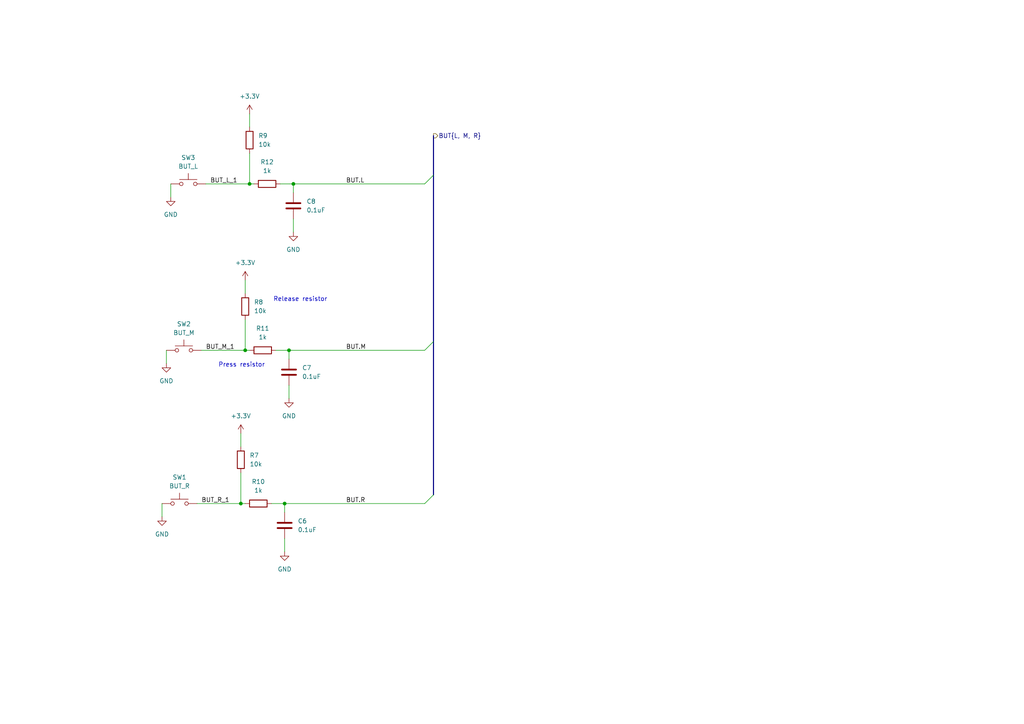
<source format=kicad_sch>
(kicad_sch (version 20250114) (generator "eeschema") (generator_version "9.0")
  (paper "A4")
  (lib_symbols
    (symbol "Device:C" (pin_numbers (hide yes)) (pin_names (offset 0.254))
      (property "Reference" "C" (at 0.635 2.54 0))
      (property "Value" "C" (at 0.635 -2.54 0))
      (symbol "C_0_1"
        (polyline (pts (xy -2.032 0.762) (xy 2.032 0.762)) (stroke (width 0.508)))
        (polyline (pts (xy -2.032 -0.762) (xy 2.032 -0.762)) (stroke (width 0.508)))
      )
      (symbol "C_1_1"
        (pin passive line (at 0 3.81 270) (length 2.794) (name "~") (number "1"))
        (pin passive line (at 0 -3.81 90) (length 2.794) (name "~") (number "2"))
      )
    )
    (symbol "Device:R" (pin_numbers (hide yes)) (pin_names (offset 0))
      (property "Reference" "R" (at 2.032 0 90))
      (property "Value" "R" (at 0 0 90))
      (symbol "R_0_1"
        (rectangle (start -1.016 -2.54) (end 1.016 2.54) (stroke (width 0.254)))
      )
      (symbol "R_1_1"
        (pin passive line (at 0 3.81 270) (length 1.27) (name "~") (number "1"))
        (pin passive line (at 0 -3.81 90) (length 1.27) (name "~") (number "2"))
      )
    )
    (symbol "Switch:SW_Push" (pin_numbers (hide yes)) (pin_names (offset 1.016) (hide yes))
      (property "Reference" "SW" (at 1.27 2.54 0))
      (property "Value" "SW_Push" (at 0 -1.524 0))
      (symbol "SW_Push_0_1"
        (circle (center -2.032 0) (radius 0.508))
        (polyline (pts (xy 0 1.27) (xy 0 3.048)))
        (circle (center 2.032 0) (radius 0.508))
        (polyline (pts (xy 2.54 1.27) (xy -2.54 1.27)))
        (pin passive line (at -5.08 0 0) (length 2.54) (name "1") (number "1"))
        (pin passive line (at 5.08 0 180) (length 2.54) (name "2") (number "2"))
      )
    )
    (symbol "power:+3.3V" (power) (pin_names (offset 0))
      (property "Value" "+3.3V" (at 0 3.556 0))
      (symbol "+3.3V_0_1"
        (polyline (pts (xy -0.762 1.27) (xy 0 2.54)))
        (polyline (pts (xy 0 2.54) (xy 0.762 1.27)))
        (polyline (pts (xy 0 0) (xy 0 2.54)))
      )
      (symbol "+3.3V_1_1"
        (pin power_in line (at 0 0 90) (length 0) (hide yes) (name "+3.3V") (number "1"))
      )
    )
    (symbol "power:GND" (power) (pin_names (offset 0))
      (property "Value" "GND" (at 0 -3.81 0))
      (symbol "GND_0_1"
        (polyline (pts (xy 0 0) (xy 0 -1.27) (xy 1.27 -1.27) (xy 0 -2.54) (xy -1.27 -1.27) (xy 0 -1.27)))
      )
      (symbol "GND_1_1"
        (pin power_in line (at 0 0 270) (length 0) (hide yes) (name "GND") (number "1"))
      )
    )
  )
  (text "Press resistor" (at 70.104 105.918 0) (effects (font (size 1.27 1.27))))
  (text "Release resistor" (at 87.122 86.868 0) (effects (font (size 1.27 1.27))))
  (junction (at 82.55 146.05))
  (junction (at 85.09 53.34))
  (junction (at 71.12 101.6))
  (junction (at 72.39 53.34))
  (junction (at 69.85 146.05))
  (junction (at 83.82 101.6))
  (bus_entry (at 123.19 146.05) (size 2.54 -2.54))
  (bus_entry (at 123.19 101.6) (size 2.54 -2.54))
  (bus_entry (at 123.19 53.34) (size 2.54 -2.54))
  (wire (pts (xy 85.09 53.34) (xy 85.09 55.88)))
  (wire (pts (xy 78.74 146.05) (xy 82.55 146.05)))
  (wire (pts (xy 57.15 146.05) (xy 69.85 146.05)))
  (wire (pts (xy 71.12 101.6) (xy 72.39 101.6)))
  (wire (pts (xy 69.85 137.16) (xy 69.85 146.05)))
  (wire (pts (xy 82.55 146.05) (xy 82.55 148.59)))
  (wire (pts (xy 85.09 53.34) (xy 123.19 53.34)))
  (wire (pts (xy 69.85 146.05) (xy 71.12 146.05)))
  (wire (pts (xy 71.12 81.28) (xy 71.12 85.09)))
  (wire (pts (xy 58.42 101.6) (xy 71.12 101.6)))
  (wire (pts (xy 82.55 156.21) (xy 82.55 160.02)))
  (wire (pts (xy 81.28 53.34) (xy 85.09 53.34)))
  (wire (pts (xy 46.99 146.05) (xy 46.99 149.86)))
  (wire (pts (xy 83.82 101.6) (xy 123.19 101.6)))
  (wire (pts (xy 49.53 53.34) (xy 49.53 57.15)))
  (bus (pts (xy 125.73 99.06) (xy 125.73 143.51)))
  (wire (pts (xy 72.39 53.34) (xy 73.66 53.34)))
  (bus (pts (xy 125.73 39.37) (xy 125.73 50.8)))
  (wire (pts (xy 80.01 101.6) (xy 83.82 101.6)))
  (wire (pts (xy 72.39 44.45) (xy 72.39 53.34)))
  (wire (pts (xy 59.69 53.34) (xy 72.39 53.34)))
  (wire (pts (xy 85.09 63.5) (xy 85.09 67.31)))
  (wire (pts (xy 83.82 111.76) (xy 83.82 115.57)))
  (wire (pts (xy 83.82 101.6) (xy 83.82 104.14)))
  (wire (pts (xy 69.85 125.73) (xy 69.85 129.54)))
  (bus (pts (xy 125.73 50.8) (xy 125.73 99.06)))
  (wire (pts (xy 72.39 33.02) (xy 72.39 36.83)))
  (wire (pts (xy 82.55 146.05) (xy 123.19 146.05)))
  (wire (pts (xy 48.26 101.6) (xy 48.26 105.41)))
  (wire (pts (xy 71.12 92.71) (xy 71.12 101.6)))
  (label "BUT_M_1" (at 59.69 101.6 0))
  (label "BUT.M" (at 100.33 101.6 0))
  (label "BUT.L" (at 100.33 53.34 0))
  (label "BUT_R_1" (at 58.42 146.05 0))
  (label "BUT.R" (at 100.33 146.05 0))
  (label "BUT_L_1" (at 60.96 53.34 0))
  (hierarchical_label "BUT{L, M, R}" (shape output) (at 125.73 39.37 0))
  (symbol (lib_id "Device:R") (at 71.12 88.9 180) (unit 1)
    (property "Reference" "R8" (at 73.66 87.6299 0) (effects (justify right)))
    (property "Value" "10k" (at 73.66 90.1699 0) (effects (justify right)))
    (property "Footprint" "Resistor_SMD:R_0402_1005Metric" (effects (hide yes)))
    (property "Description" "Resistor" (effects (hide yes)))
  )
  (symbol (lib_id "power:GND") (at 48.26 105.41 0) (unit 1)
    (property "Reference" "#PWR020" (effects (hide yes)))
    (property "Value" "GND" (at 48.26 110.49 0))
  )
  (symbol (lib_id "Device:R") (at 69.85 133.35 180) (unit 1)
    (property "Reference" "R7" (at 72.39 132.0799 0) (effects (justify right)))
    (property "Value" "10k" (at 72.39 134.6199 0) (effects (justify right)))
    (property "Footprint" "Resistor_SMD:R_0402_1005Metric" (effects (hide yes)))
    (property "Description" "Resistor" (effects (hide yes)))
  )
  (symbol (lib_id "Switch:SW_Push") (at 52.07 146.05 0) (unit 1)
    (property "Reference" "SW1" (at 52.07 138.43 0))
    (property "Value" "BUT_R" (at 52.07 140.97 0))
    (property "Footprint" "Button_Switch_SMD:SW_SPST_Omron_B3FS-101xP" (effects (hide yes)))
    (property "Description" "Push button switch, generic, two pins" (effects (hide yes)))
  )
  (symbol (lib_id "power:GND") (at 49.53 57.15 0) (unit 1)
    (property "Reference" "#PWR021" (effects (hide yes)))
    (property "Value" "GND" (at 49.53 62.23 0))
  )
  (symbol (lib_id "Device:R") (at 74.93 146.05 270) (unit 1)
    (property "Reference" "R10" (at 74.93 139.7 90))
    (property "Value" "1k" (at 74.93 142.24 90))
    (property "Footprint" "Resistor_SMD:R_0402_1005Metric" (effects (hide yes)))
    (property "Description" "Resistor" (effects (hide yes)))
  )
  (symbol (lib_id "Device:C") (at 83.82 107.95 0) (unit 1)
    (property "Reference" "C7" (at 87.63 106.6799 0) (effects (justify left)))
    (property "Value" "0.1uF" (at 87.63 109.2199 0) (effects (justify left)))
    (property "Footprint" "Capacitor_SMD:C_0402_1005Metric" (effects (hide yes)))
    (property "Description" "Unpolarized capacitor" (effects (hide yes)))
  )
  (symbol (lib_id "Device:R") (at 76.2 101.6 270) (unit 1)
    (property "Reference" "R11" (at 76.2 95.25 90))
    (property "Value" "1k" (at 76.2 97.79 90))
    (property "Footprint" "Resistor_SMD:R_0402_1005Metric" (effects (hide yes)))
    (property "Description" "Resistor" (effects (hide yes)))
  )
  (symbol (lib_id "power:GND") (at 82.55 160.02 0) (unit 1)
    (property "Reference" "#PWR025" (effects (hide yes)))
    (property "Value" "GND" (at 82.55 165.1 0))
  )
  (symbol (lib_id "Switch:SW_Push") (at 54.61 53.34 0) (unit 1)
    (property "Reference" "SW3" (at 54.61 45.72 0))
    (property "Value" "BUT_L" (at 54.61 48.26 0))
    (property "Footprint" "Button_Switch_SMD:SW_SPST_Omron_B3FS-101xP" (effects (hide yes)))
    (property "Description" "Push button switch, generic, two pins" (effects (hide yes)))
  )
  (symbol (lib_id "power:+3.3V") (at 69.85 125.73 0) (mirror y) (unit 1)
    (property "Reference" "#PWR022" (effects (hide yes)))
    (property "Value" "+3.3V" (at 69.85 120.65 0))
  )
  (symbol (lib_id "power:+3.3V") (at 71.12 81.28 0) (mirror y) (unit 1)
    (property "Reference" "#PWR023" (effects (hide yes)))
    (property "Value" "+3.3V" (at 71.12 76.2 0))
  )
  (symbol (lib_id "Switch:SW_Push") (at 53.34 101.6 0) (unit 1)
    (property "Reference" "SW2" (at 53.34 93.98 0))
    (property "Value" "BUT_M" (at 53.34 96.52 0))
    (property "Footprint" "Button_Switch_SMD:SW_SPST_Omron_B3FS-101xP" (effects (hide yes)))
    (property "Description" "Push button switch, generic, two pins" (effects (hide yes)))
  )
  (symbol (lib_id "power:+3.3V") (at 72.39 33.02 0) (mirror y) (unit 1)
    (property "Reference" "#PWR024" (effects (hide yes)))
    (property "Value" "+3.3V" (at 72.39 27.94 0))
  )
  (symbol (lib_id "Device:C") (at 82.55 152.4 0) (unit 1)
    (property "Reference" "C6" (at 86.36 151.1299 0) (effects (justify left)))
    (property "Value" "0.1uF" (at 86.36 153.6699 0) (effects (justify left)))
    (property "Footprint" "Capacitor_SMD:C_0402_1005Metric" (effects (hide yes)))
    (property "Description" "Unpolarized capacitor" (effects (hide yes)))
  )
  (symbol (lib_id "power:GND") (at 46.99 149.86 0) (unit 1)
    (property "Reference" "#PWR019" (effects (hide yes)))
    (property "Value" "GND" (at 46.99 154.94 0))
  )
  (symbol (lib_id "power:GND") (at 85.09 67.31 0) (unit 1)
    (property "Reference" "#PWR027" (effects (hide yes)))
    (property "Value" "GND" (at 85.09 72.39 0))
  )
  (symbol (lib_id "Device:R") (at 72.39 40.64 180) (unit 1)
    (property "Reference" "R9" (at 74.93 39.3699 0) (effects (justify right)))
    (property "Value" "10k" (at 74.93 41.9099 0) (effects (justify right)))
    (property "Footprint" "Resistor_SMD:R_0402_1005Metric" (effects (hide yes)))
    (property "Description" "Resistor" (effects (hide yes)))
  )
  (symbol (lib_id "power:GND") (at 83.82 115.57 0) (unit 1)
    (property "Reference" "#PWR026" (effects (hide yes)))
    (property "Value" "GND" (at 83.82 120.65 0))
  )
  (symbol (lib_id "Device:C") (at 85.09 59.69 0) (unit 1)
    (property "Reference" "C8" (at 88.9 58.4199 0) (effects (justify left)))
    (property "Value" "0.1uF" (at 88.9 60.9599 0) (effects (justify left)))
    (property "Footprint" "Capacitor_SMD:C_0402_1005Metric" (effects (hide yes)))
    (property "Description" "Unpolarized capacitor" (effects (hide yes)))
  )
  (symbol (lib_id "Device:R") (at 77.47 53.34 270) (unit 1)
    (property "Reference" "R12" (at 77.47 46.99 90))
    (property "Value" "1k" (at 77.47 49.53 90))
    (property "Footprint" "Resistor_SMD:R_0402_1005Metric" (effects (hide yes)))
    (property "Description" "Resistor" (effects (hide yes)))
  )
)
</source>
